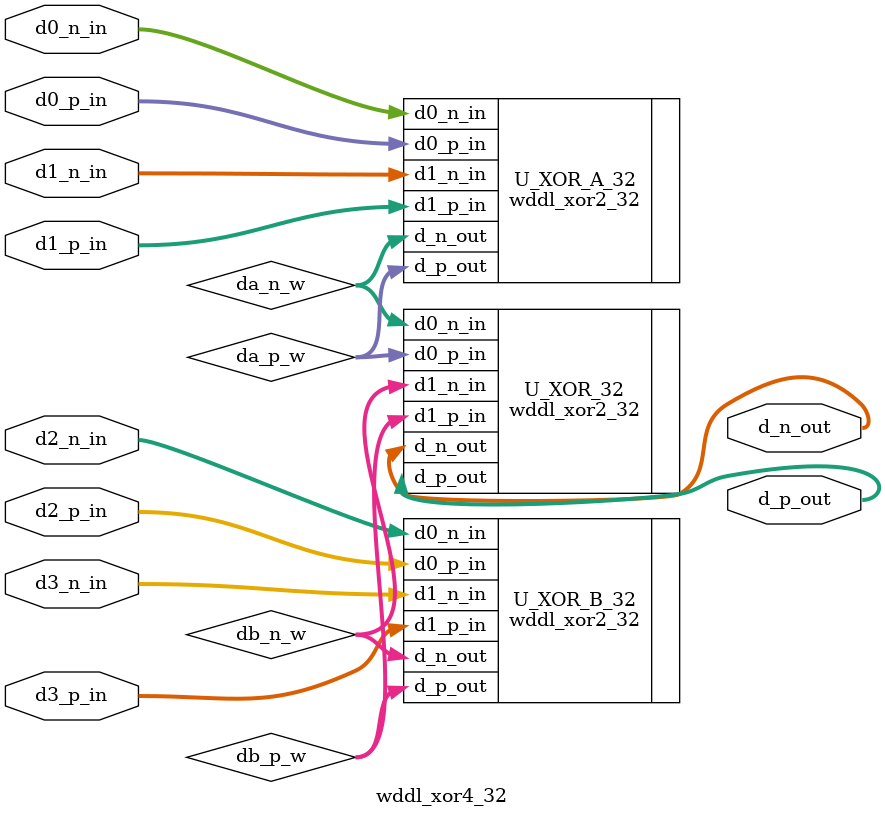
<source format=v>
module  wddl_xor4_32
(
 d0_p_in
,d0_n_in
,d1_p_in
,d1_n_in
,d2_p_in
,d2_n_in
,d3_p_in
,d3_n_in
,d_p_out
,d_n_out
);


input   [31 : 0]   d0_p_in, d0_n_in;
input   [31 : 0]   d1_p_in, d1_n_in;
input   [31 : 0]   d2_p_in, d2_n_in;
input   [31 : 0]   d3_p_in, d3_n_in;
output  [31 : 0]   d_p_out, d_n_out;

wire    [31 : 0]   da_p_w, da_n_w,
                        db_p_w, db_n_w;


wddl_xor2_32    U_XOR_A_32
(
 .d0_p_in   ( d0_p_in   )
,.d0_n_in   ( d0_n_in   )
,.d1_p_in   ( d1_p_in   )
,.d1_n_in   ( d1_n_in   )
,.d_p_out   ( da_p_w    )
,.d_n_out   ( da_n_w    )
);

wddl_xor2_32    U_XOR_B_32
(
 .d0_p_in   ( d2_p_in   )
,.d0_n_in   ( d2_n_in   )
,.d1_p_in   ( d3_p_in   )
,.d1_n_in   ( d3_n_in   )
,.d_p_out   ( db_p_w    )
,.d_n_out   ( db_n_w    )
);

wddl_xor2_32   U_XOR_32
(
 .d0_p_in   ( da_p_w    )
,.d0_n_in   ( da_n_w    )
,.d1_p_in   ( db_p_w    )
,.d1_n_in   ( db_n_w    )
,.d_p_out   ( d_p_out   )
,.d_n_out   ( d_n_out   )
);


endmodule

</source>
